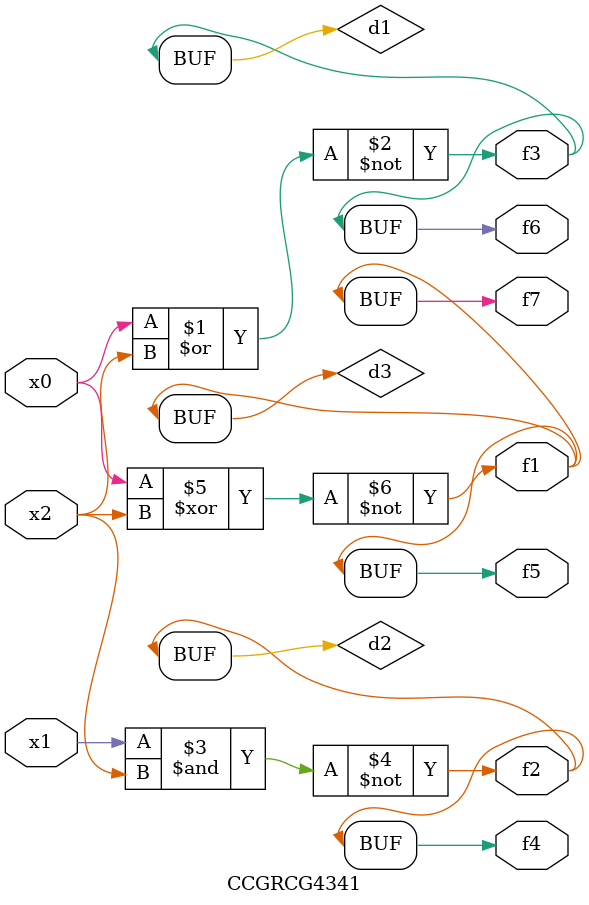
<source format=v>
module CCGRCG4341(
	input x0, x1, x2,
	output f1, f2, f3, f4, f5, f6, f7
);

	wire d1, d2, d3;

	nor (d1, x0, x2);
	nand (d2, x1, x2);
	xnor (d3, x0, x2);
	assign f1 = d3;
	assign f2 = d2;
	assign f3 = d1;
	assign f4 = d2;
	assign f5 = d3;
	assign f6 = d1;
	assign f7 = d3;
endmodule

</source>
